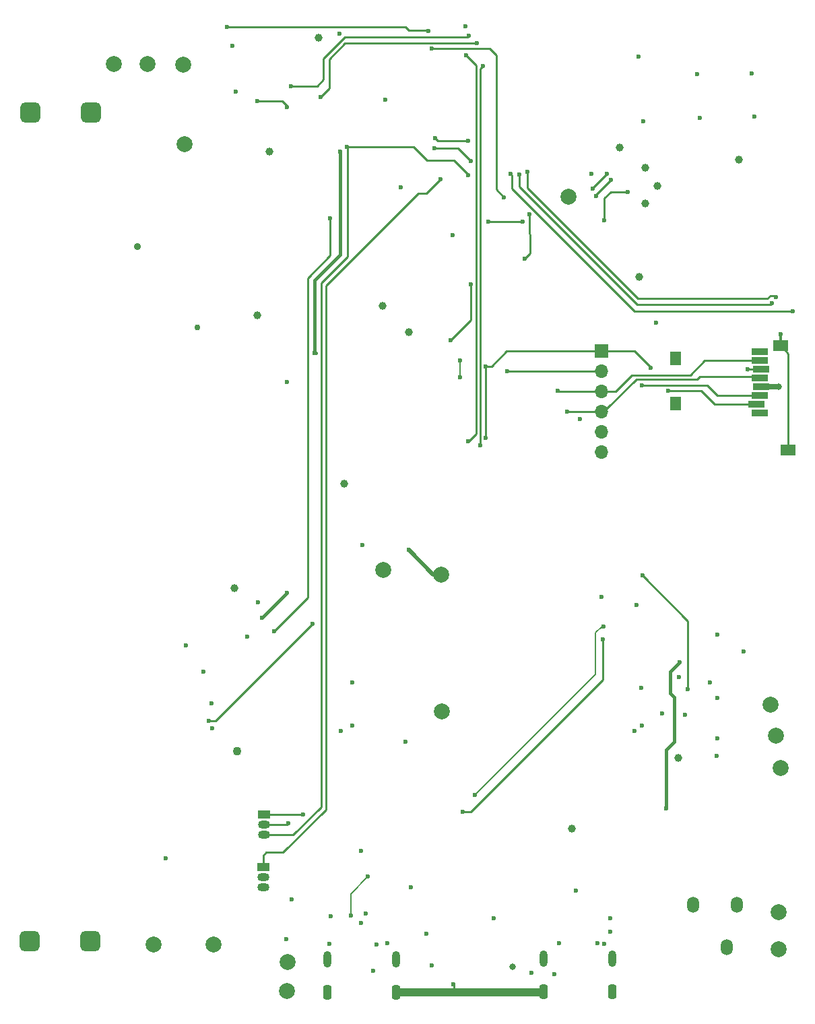
<source format=gbr>
%TF.GenerationSoftware,KiCad,Pcbnew,8.0.4*%
%TF.CreationDate,2025-01-31T21:40:56-05:00*%
%TF.ProjectId,Radiation,52616469-6174-4696-9f6e-2e6b69636164,rev?*%
%TF.SameCoordinates,Original*%
%TF.FileFunction,Copper,L4,Bot*%
%TF.FilePolarity,Positive*%
%FSLAX46Y46*%
G04 Gerber Fmt 4.6, Leading zero omitted, Abs format (unit mm)*
G04 Created by KiCad (PCBNEW 8.0.4) date 2025-01-31 21:40:56*
%MOMM*%
%LPD*%
G01*
G04 APERTURE LIST*
G04 Aperture macros list*
%AMRoundRect*
0 Rectangle with rounded corners*
0 $1 Rounding radius*
0 $2 $3 $4 $5 $6 $7 $8 $9 X,Y pos of 4 corners*
0 Add a 4 corners polygon primitive as box body*
4,1,4,$2,$3,$4,$5,$6,$7,$8,$9,$2,$3,0*
0 Add four circle primitives for the rounded corners*
1,1,$1+$1,$2,$3*
1,1,$1+$1,$4,$5*
1,1,$1+$1,$6,$7*
1,1,$1+$1,$8,$9*
0 Add four rect primitives between the rounded corners*
20,1,$1+$1,$2,$3,$4,$5,0*
20,1,$1+$1,$4,$5,$6,$7,0*
20,1,$1+$1,$6,$7,$8,$9,0*
20,1,$1+$1,$8,$9,$2,$3,0*%
G04 Aperture macros list end*
%TA.AperFunction,SMDPad,CuDef*%
%ADD10R,2.006600X0.812800*%
%TD*%
%TA.AperFunction,SMDPad,CuDef*%
%ADD11R,1.397000X1.803400*%
%TD*%
%TA.AperFunction,SMDPad,CuDef*%
%ADD12R,1.905000X1.397000*%
%TD*%
%TA.AperFunction,ComponentPad*%
%ADD13O,1.000000X2.100000*%
%TD*%
%TA.AperFunction,ComponentPad*%
%ADD14RoundRect,0.250000X-0.250000X-0.650000X0.250000X-0.650000X0.250000X0.650000X-0.250000X0.650000X0*%
%TD*%
%TA.AperFunction,ComponentPad*%
%ADD15O,1.498600X2.006600*%
%TD*%
%TA.AperFunction,ComponentPad*%
%ADD16C,2.000000*%
%TD*%
%TA.AperFunction,ComponentPad*%
%ADD17R,1.500000X1.050000*%
%TD*%
%TA.AperFunction,ComponentPad*%
%ADD18O,1.500000X1.050000*%
%TD*%
%TA.AperFunction,ComponentPad*%
%ADD19RoundRect,0.635000X0.635000X-0.635000X0.635000X0.635000X-0.635000X0.635000X-0.635000X-0.635000X0*%
%TD*%
%TA.AperFunction,ComponentPad*%
%ADD20R,1.700000X1.700000*%
%TD*%
%TA.AperFunction,ComponentPad*%
%ADD21O,1.700000X1.700000*%
%TD*%
%TA.AperFunction,ViaPad*%
%ADD22C,1.000000*%
%TD*%
%TA.AperFunction,ViaPad*%
%ADD23C,0.600000*%
%TD*%
%TA.AperFunction,ViaPad*%
%ADD24C,0.800000*%
%TD*%
%TA.AperFunction,ViaPad*%
%ADD25C,0.762000*%
%TD*%
%TA.AperFunction,ViaPad*%
%ADD26C,0.889000*%
%TD*%
%TA.AperFunction,ViaPad*%
%ADD27C,1.100000*%
%TD*%
%TA.AperFunction,Conductor*%
%ADD28C,0.254000*%
%TD*%
%TA.AperFunction,Conductor*%
%ADD29C,0.300000*%
%TD*%
%TA.AperFunction,Conductor*%
%ADD30C,1.016000*%
%TD*%
%TA.AperFunction,Conductor*%
%ADD31C,0.200000*%
%TD*%
%TA.AperFunction,Conductor*%
%ADD32C,0.400000*%
%TD*%
%TA.AperFunction,Conductor*%
%ADD33C,0.500000*%
%TD*%
%TA.AperFunction,Conductor*%
%ADD34C,0.700000*%
%TD*%
G04 APERTURE END LIST*
D10*
%TO.P,J4,P1,DAT2*%
%TO.N,unconnected-(J4-DAT2-PadP1)*%
X133428401Y-111400000D03*
%TO.P,J4,P2,DAT3/CS*%
%TO.N,/CS*%
X133028402Y-110299926D03*
%TO.P,J4,P3,CMD/MOSI*%
%TO.N,/MOSI*%
X133428401Y-109200000D03*
%TO.P,J4,P4,VDD*%
%TO.N,+3.3V*%
X133628401Y-108099999D03*
%TO.P,J4,P5,SCLK*%
%TO.N,/SCK*%
X133428401Y-106999999D03*
%TO.P,J4,P6,VSS*%
%TO.N,GND*%
X133628401Y-105899999D03*
%TO.P,J4,P7,DAT0/MISO*%
%TO.N,/MISO*%
X133428401Y-104799998D03*
%TO.P,J4,P8,DAT1*%
%TO.N,unconnected-(J4-DAT1-PadP8)*%
X133428401Y-103699998D03*
D11*
%TO.P,J4,9,CARD_DETECT*%
%TO.N,unconnected-(J4-CARD_DETECT-Pad9)*%
X122878399Y-104509999D03*
%TO.P,J4,10,CARD_DETECT*%
%TO.N,unconnected-(J4-CARD_DETECT-Pad10)*%
X122878399Y-110210000D03*
D12*
%TO.P,J4,11,GROUND*%
%TO.N,GND*%
X136028401Y-102909999D03*
%TO.P,J4,12,GROUND*%
X137028401Y-116060001D03*
%TD*%
D13*
%TO.P,J1,SH1,SHELL_GND*%
%TO.N,/MCU/SHELL_GND*%
X106280000Y-179920000D03*
%TO.P,J1,SH2,SHELL_GND*%
X114920000Y-179920000D03*
D14*
%TO.P,J1,SH3,SHELL_GND*%
X106280000Y-184100000D03*
%TO.P,J1,SH4,SHELL_GND*%
X114920000Y-184100000D03*
%TD*%
D15*
%TO.P,J3,1,1*%
%TO.N,AGND*%
X129300124Y-178500000D03*
%TO.P,J3,2,2*%
%TO.N,/Audio/OUTL*%
X125049942Y-173199998D03*
%TO.P,J3,3,3*%
%TO.N,/Audio/OUTR*%
X130549941Y-173199998D03*
%TD*%
D13*
%TO.P,J2,SH1,SHELL_GND*%
%TO.N,/MCU/SHELL_GND*%
X79102500Y-180020000D03*
%TO.P,J2,SH2,SHELL_GND*%
X87742500Y-180020000D03*
D14*
%TO.P,J2,SH3,SHELL_GND*%
X79102500Y-184200000D03*
%TO.P,J2,SH4,SHELL_GND*%
X87742500Y-184200000D03*
%TD*%
D16*
%TO.P,3.3V1,1,1*%
%TO.N,+3.3V*%
X86100000Y-131100000D03*
%TD*%
D17*
%TO.P,Q2,1,D*%
%TO.N,/GPIO0*%
X71040000Y-168430000D03*
D18*
%TO.P,Q2,2,G*%
%TO.N,Net-(Q2-G)*%
X71040000Y-169700000D03*
%TO.P,Q2,3,S*%
%TO.N,Net-(Q2-S)*%
X71040000Y-170970000D03*
%TD*%
D16*
%TO.P,TP5,1,1*%
%TO.N,Net-(JP1-A)*%
X61000000Y-67600000D03*
%TD*%
%TO.P,TP3,1,1*%
%TO.N,+500V*%
X56500000Y-67500000D03*
%TD*%
%TO.P,5V1,1,1*%
%TO.N,+5V*%
X93500000Y-148900000D03*
%TD*%
D19*
%TO.P,F1,1,1*%
%TO.N,Net-(F1-Pad1)*%
X41642500Y-177727500D03*
X49262500Y-177727500D03*
%TO.P,F1,2,2*%
%TO.N,GND*%
X41737500Y-73577500D03*
X49357500Y-73577500D03*
%TD*%
D16*
%TO.P,HI-V1,1,1*%
%TO.N,Net-(D1-K)*%
X61100000Y-77600000D03*
%TD*%
%TO.P,TP8,1,1*%
%TO.N,Net-(Q1-G)*%
X52200000Y-67500000D03*
%TD*%
%TO.P,LRCK,1,1*%
%TO.N,/I2S_LRCK*%
X134800000Y-148000000D03*
%TD*%
%TO.P,DOUT1,1,1*%
%TO.N,/I2S_DOUT*%
X135500000Y-151900000D03*
%TD*%
%TO.P,OUT R,1,1*%
%TO.N,/Audio/OUTR*%
X135800000Y-174100000D03*
%TD*%
%TO.P,VHIGH1,1,1*%
%TO.N,VHIGH*%
X93400000Y-131700000D03*
%TD*%
%TO.P,PWM1,1,1*%
%TO.N,/PWM*%
X109400000Y-84200000D03*
%TD*%
D17*
%TO.P,Q3,1,D*%
%TO.N,Net-(Q3-D)*%
X71115000Y-161860000D03*
D18*
%TO.P,Q3,2,G*%
%TO.N,Net-(Q3-G)*%
X71115000Y-163130000D03*
%TO.P,Q3,3,S*%
%TO.N,/EN*%
X71115000Y-164400000D03*
%TD*%
D16*
%TO.P,OUT L,1,1*%
%TO.N,/Audio/OUTL*%
X135800000Y-178800000D03*
%TD*%
D20*
%TO.P,J5,1,Pin_1*%
%TO.N,/CS*%
X113500000Y-103560000D03*
D21*
%TO.P,J5,2,Pin_2*%
%TO.N,/MOSI*%
X113500000Y-106100000D03*
%TO.P,J5,3,Pin_3*%
%TO.N,/MISO*%
X113500000Y-108640000D03*
%TO.P,J5,4,Pin_4*%
%TO.N,/SCK*%
X113500000Y-111180000D03*
%TO.P,J5,5,Pin_5*%
%TO.N,+3.3V*%
X113500000Y-113720000D03*
%TO.P,J5,6,Pin_6*%
%TO.N,GND*%
X113500000Y-116260000D03*
%TD*%
D16*
%TO.P,VBUS1,1,1*%
%TO.N,VBUS*%
X74000000Y-184037500D03*
%TD*%
%TO.P,STAT1,1,1*%
%TO.N,/VSTAT*%
X74122500Y-180400000D03*
%TD*%
%TO.P,LS1,N*%
%TO.N,Net-(Q4-C)*%
X64800000Y-178200000D03*
%TO.P,LS1,P*%
%TO.N,+3.3V*%
X57200000Y-178200000D03*
%TD*%
%TO.P,BCK,1,1*%
%TO.N,/I2S_BCK*%
X136100000Y-156000000D03*
%TD*%
D22*
%TO.N,+3.3V*%
X81200000Y-120300000D03*
D23*
%TO.N,AGND*%
X128100000Y-152300000D03*
D22*
%TO.N,VBUS*%
X115800000Y-78000000D03*
D23*
%TO.N,GND*%
X118200000Y-66600000D03*
X125600000Y-68800000D03*
D22*
X130800000Y-79500000D03*
D23*
X79322500Y-178100000D03*
X82250000Y-145250000D03*
X89600000Y-171000000D03*
X80600000Y-63700000D03*
X113900000Y-178100000D03*
X96400000Y-62800000D03*
X74600000Y-172500000D03*
X136028401Y-101500000D03*
X86622500Y-178000000D03*
X83500000Y-128000000D03*
X58800000Y-167300000D03*
X132800000Y-74100000D03*
X69000000Y-139500000D03*
X83922500Y-174300000D03*
X120400000Y-100000000D03*
X110300000Y-171400000D03*
X131928401Y-105900000D03*
X73922500Y-177500000D03*
X94850000Y-89000000D03*
X64600000Y-151000000D03*
X63500000Y-143900000D03*
D24*
X102400000Y-181000000D03*
D23*
X82250000Y-150650000D03*
X67100000Y-65200000D03*
D25*
X62742500Y-100642500D03*
D23*
X132400000Y-68700000D03*
X92177500Y-180800000D03*
X86400000Y-71970000D03*
X64500000Y-147900000D03*
X83300000Y-166400000D03*
X113500000Y-134500000D03*
X125900000Y-74300000D03*
D22*
%TO.N,+5V*%
X86000000Y-97900000D03*
D23*
X80800000Y-151300000D03*
X88900000Y-152700000D03*
D22*
X70300000Y-99100000D03*
X89300000Y-101200000D03*
X119000000Y-85000000D03*
D23*
X70400000Y-135150000D03*
%TO.N,/MCU/SHELL_GND*%
X94900000Y-183200000D03*
D26*
%TO.N,+500V*%
X55200000Y-90500000D03*
D22*
X67400000Y-133400000D03*
D23*
%TO.N,/MCU/RX_LED*%
X113800000Y-138200000D03*
X97600000Y-159400000D03*
%TO.N,/MCU/TX_LED*%
X113700000Y-139800000D03*
X96100000Y-161500000D03*
%TO.N,Net-(Q1-G)*%
X66500000Y-62900000D03*
X101300000Y-84300000D03*
X91800000Y-63400000D03*
X92200000Y-65600000D03*
%TO.N,/MOSI*%
X118600000Y-107900000D03*
X101700000Y-106100000D03*
%TO.N,/I2S_LRCK*%
X103200000Y-81400000D03*
X135000000Y-97600000D03*
%TO.N,/I2S_DOUT*%
X135500000Y-96800000D03*
X104200000Y-81100000D03*
%TO.N,/I2S_BCK*%
X102100000Y-81300000D03*
X137600000Y-98600000D03*
%TO.N,/MUTE*%
X118700000Y-131800000D03*
X124400000Y-146100000D03*
%TO.N,/MISO*%
X108000000Y-108600000D03*
%TO.N,/CS*%
X119700000Y-105700000D03*
X121900000Y-108600000D03*
X99000000Y-105500000D03*
X99000000Y-114500000D03*
%TO.N,/Audio/OUTL*%
X121700000Y-161100000D03*
X123400000Y-142725000D03*
%TO.N,Net-(Q3-G)*%
X74200000Y-162900000D03*
%TO.N,/EN*%
X114700000Y-82100000D03*
X81500000Y-77900000D03*
X96800000Y-81500000D03*
X112900000Y-84100000D03*
%TO.N,Net-(Q3-D)*%
X76000000Y-161800000D03*
%TO.N,/GPIO15*%
X97900000Y-64900000D03*
X78200000Y-71700000D03*
%TO.N,/GPIO16*%
X74500000Y-70300000D03*
X96900000Y-64000000D03*
%TO.N,VHIGH*%
X64200000Y-150100000D03*
X77200000Y-137900000D03*
X89300000Y-128600000D03*
%TO.N,/VSTAT*%
X72400000Y-138800000D03*
X79400000Y-86900000D03*
%TO.N,/BEEP*%
X77500000Y-103800000D03*
X80700000Y-78500000D03*
X74000000Y-107500000D03*
X74000000Y-134000000D03*
X70900000Y-137100000D03*
%TO.N,/SCK*%
X109200000Y-111180000D03*
%TO.N,Net-(J1-CC2)*%
X104700000Y-181700000D03*
X107600000Y-181900000D03*
%TO.N,Net-(J2-CC2)*%
X85222500Y-178200000D03*
X79522500Y-174600000D03*
%TO.N,Net-(U4-IO35)*%
X97100000Y-79700000D03*
X110850000Y-112150000D03*
X92500000Y-78100000D03*
%TO.N,/MCU/TX*%
X96500000Y-66400000D03*
X96800000Y-114900000D03*
%TO.N,/MCU/RX*%
X98600000Y-67800000D03*
X98300000Y-115400000D03*
%TO.N,Net-(U4-IO36)*%
X92600000Y-76800000D03*
X96800000Y-77200000D03*
D22*
%TO.N,+3.3V*%
X109800000Y-163600000D03*
D23*
X123300000Y-144600000D03*
D22*
X123200000Y-154700000D03*
D23*
X100000000Y-174900000D03*
X88300000Y-83000000D03*
D22*
X71800000Y-78500000D03*
D24*
X135828401Y-108100000D03*
D22*
X118300000Y-94300000D03*
X78000000Y-64200000D03*
D23*
X124000000Y-149300000D03*
X121200000Y-149100000D03*
X83300369Y-175455381D03*
X112300000Y-81300000D03*
%TO.N,/USB_D+*%
X95800000Y-106900000D03*
X114600000Y-174900000D03*
X114600000Y-176600000D03*
X95800000Y-104800000D03*
%TO.N,/GPIO0*%
X93300000Y-82000000D03*
X113900000Y-87200000D03*
X99300000Y-87300000D03*
X116800000Y-83600000D03*
X103600000Y-87300000D03*
D27*
%TO.N,VBUS*%
X67700000Y-153900000D03*
D23*
X91500000Y-176800000D03*
X84800000Y-181500000D03*
D22*
X119075000Y-80525000D03*
D23*
X108200000Y-178000000D03*
X113000000Y-178000000D03*
%TO.N,+VBAT*%
X67600000Y-71000000D03*
X61300000Y-140600000D03*
D22*
X120600000Y-82800000D03*
D23*
X70300000Y-72200000D03*
X74000000Y-72900000D03*
%TO.N,/GPIO46*%
X97100000Y-95200000D03*
X103900000Y-92000000D03*
X112400000Y-83200000D03*
X94600000Y-102200000D03*
X114200000Y-81300000D03*
X104500000Y-86400000D03*
%TO.N,Net-(U5-3V3OUT)*%
X82001765Y-174520735D03*
X84200000Y-169600000D03*
%TO.N,AGND*%
X117700000Y-151300000D03*
X131362500Y-141325000D03*
X128000000Y-154500000D03*
X117900000Y-135500000D03*
X128100000Y-147200000D03*
X118500000Y-145900000D03*
X118600000Y-150700000D03*
X128062500Y-139225000D03*
X127200000Y-145200000D03*
%TO.N,GND*%
X118800000Y-74700000D03*
%TD*%
D28*
%TO.N,/I2S_DOUT*%
X104200000Y-81100000D02*
X104200000Y-83100000D01*
X134750000Y-96650000D02*
X135350000Y-96650000D01*
X135350000Y-96650000D02*
X135500000Y-96800000D01*
X104200000Y-83100000D02*
X118100000Y-97000000D01*
X118100000Y-97000000D02*
X134400000Y-97000000D01*
X134400000Y-97000000D02*
X134750000Y-96650000D01*
%TO.N,/I2S_LRCK*%
X118000000Y-97700000D02*
X134900000Y-97700000D01*
X103200000Y-81400000D02*
X103200000Y-82900000D01*
X103200000Y-82900000D02*
X118000000Y-97700000D01*
X134900000Y-97700000D02*
X135000000Y-97600000D01*
%TO.N,GND*%
X137028401Y-103909999D02*
X137028401Y-116060001D01*
X132028402Y-105899999D02*
X132028401Y-105900000D01*
X133628401Y-105899999D02*
X132028402Y-105899999D01*
D29*
X136028401Y-102909999D02*
X136028401Y-101500000D01*
D28*
X132028401Y-105900000D02*
X131928401Y-105900000D01*
X136198400Y-102740000D02*
X136028401Y-102909999D01*
X136028401Y-102909999D02*
X137028401Y-103909999D01*
X131928401Y-105900000D02*
X131928401Y-106000000D01*
X131928401Y-106000000D02*
X132028401Y-105900000D01*
%TO.N,/MCU/SHELL_GND*%
X94900000Y-183200000D02*
X95000000Y-183300000D01*
D30*
X87742500Y-184200000D02*
X95000000Y-184200000D01*
X106180000Y-184200000D02*
X106280000Y-184100000D01*
D28*
X95000000Y-183300000D02*
X95000000Y-184200000D01*
D30*
X95000000Y-184200000D02*
X106180000Y-184200000D01*
D31*
%TO.N,/MCU/RX_LED*%
X112800000Y-144200000D02*
X112800000Y-139000000D01*
X112800000Y-139000000D02*
X113600000Y-138200000D01*
X97600000Y-159400000D02*
X112800000Y-144200000D01*
X113600000Y-138200000D02*
X113800000Y-138200000D01*
D28*
%TO.N,/MCU/TX_LED*%
X97100000Y-161500000D02*
X113700000Y-144900000D01*
X96100000Y-161500000D02*
X97100000Y-161500000D01*
X113700000Y-144900000D02*
X113700000Y-139800000D01*
%TO.N,Net-(Q1-G)*%
X100300000Y-83300000D02*
X100300000Y-66400000D01*
X91800000Y-63400000D02*
X91700000Y-63300000D01*
X91700000Y-63300000D02*
X89300000Y-63300000D01*
X100300000Y-66400000D02*
X99500000Y-65600000D01*
X89300000Y-63300000D02*
X88900000Y-62900000D01*
X101300000Y-84300000D02*
X100300000Y-83300000D01*
X99500000Y-65600000D02*
X92200000Y-65600000D01*
X88900000Y-62900000D02*
X66500000Y-62900000D01*
%TO.N,/MOSI*%
X133428401Y-109200000D02*
X128100000Y-109200000D01*
X128100000Y-109200000D02*
X126800000Y-107900000D01*
X118600000Y-107900000D02*
X118500000Y-107800000D01*
X101700000Y-106100000D02*
X113500000Y-106100000D01*
X126800000Y-107900000D02*
X118600000Y-107900000D01*
%TO.N,/I2S_BCK*%
X102300000Y-81500000D02*
X102300000Y-83200000D01*
X102100000Y-81300000D02*
X102300000Y-81500000D01*
X117700000Y-98600000D02*
X137600000Y-98600000D01*
X102300000Y-83200000D02*
X117700000Y-98600000D01*
%TO.N,/MUTE*%
X124400000Y-137500000D02*
X124400000Y-146100000D01*
X118700000Y-131800000D02*
X124400000Y-137500000D01*
%TO.N,/MISO*%
X113500000Y-108640000D02*
X108040000Y-108640000D01*
X133428401Y-104799998D02*
X126500002Y-104799998D01*
X108040000Y-108640000D02*
X108000000Y-108600000D01*
X124700000Y-106600000D02*
X117380000Y-106600000D01*
X126500002Y-104799998D02*
X124700000Y-106600000D01*
X117380000Y-106600000D02*
X115340000Y-108640000D01*
X115340000Y-108640000D02*
X113500000Y-108640000D01*
%TO.N,/CS*%
X99700000Y-105500000D02*
X101640000Y-103560000D01*
X133028402Y-110299926D02*
X127799926Y-110299926D01*
X126100000Y-108600000D02*
X121900000Y-108600000D01*
X101640000Y-103560000D02*
X113500000Y-103560000D01*
X117660000Y-103560000D02*
X119700000Y-105600000D01*
X119700000Y-105600000D02*
X119700000Y-105700000D01*
X121900000Y-108600000D02*
X121800000Y-108500000D01*
X113500000Y-103560000D02*
X117660000Y-103560000D01*
X99000000Y-105500000D02*
X99000000Y-114500000D01*
X127799926Y-110299926D02*
X126100000Y-108600000D01*
X99000000Y-105500000D02*
X99700000Y-105500000D01*
X119800000Y-105700000D02*
X119700000Y-105600000D01*
X119700000Y-105700000D02*
X119800000Y-105700000D01*
D32*
%TO.N,/Audio/OUTL*%
X123400000Y-142725000D02*
X122200000Y-143925000D01*
X122700000Y-147100000D02*
X122700000Y-152700000D01*
X122200000Y-146600000D02*
X122700000Y-147100000D01*
X122200000Y-143925000D02*
X122200000Y-146600000D01*
X122700000Y-152700000D02*
X121700000Y-153700000D01*
X121700000Y-153700000D02*
X121700000Y-161100000D01*
D28*
%TO.N,Net-(Q3-G)*%
X71115000Y-163130000D02*
X73970000Y-163130000D01*
X73970000Y-163130000D02*
X74200000Y-162900000D01*
%TO.N,/EN*%
X81500000Y-77900000D02*
X89900000Y-77900000D01*
X81600000Y-91700000D02*
X81600000Y-78000000D01*
X96800000Y-81500000D02*
X96900000Y-81500000D01*
X95000000Y-79600000D02*
X96800000Y-81400000D01*
X96800000Y-81400000D02*
X96800000Y-81500000D01*
X112700000Y-84100000D02*
X114700000Y-82100000D01*
X74800000Y-164400000D02*
X78300000Y-160900000D01*
X78300000Y-95000000D02*
X81600000Y-91700000D01*
X91600000Y-79600000D02*
X95000000Y-79600000D01*
X96900000Y-81500000D02*
X96800000Y-81400000D01*
X71115000Y-164400000D02*
X74800000Y-164400000D01*
X81600000Y-78000000D02*
X81500000Y-77900000D01*
X89900000Y-77900000D02*
X91600000Y-79600000D01*
X78300000Y-160900000D02*
X78300000Y-95000000D01*
%TO.N,Net-(Q3-D)*%
X71115000Y-161860000D02*
X76000000Y-161800000D01*
X76000000Y-161800000D02*
X76060000Y-161860000D01*
X76060000Y-161860000D02*
X76100000Y-161900000D01*
%TO.N,/GPIO15*%
X81300000Y-64900000D02*
X79300000Y-66900000D01*
X97900000Y-64900000D02*
X81300000Y-64900000D01*
X79300000Y-70600000D02*
X78200000Y-71700000D01*
X79300000Y-66900000D02*
X79300000Y-70600000D01*
%TO.N,/GPIO16*%
X74500000Y-70300000D02*
X77800000Y-70300000D01*
X81300000Y-64100000D02*
X96800000Y-64100000D01*
X96800000Y-64100000D02*
X96900000Y-64000000D01*
X78600000Y-69500000D02*
X78600000Y-66800000D01*
X77800000Y-70300000D02*
X78600000Y-69500000D01*
X78600000Y-66800000D02*
X81300000Y-64100000D01*
%TO.N,VHIGH*%
X65000000Y-150100000D02*
X77200000Y-137900000D01*
X64200000Y-150100000D02*
X65000000Y-150100000D01*
D33*
X92400000Y-131700000D02*
X93400000Y-131700000D01*
X89300000Y-128600000D02*
X92400000Y-131700000D01*
D28*
%TO.N,/VSTAT*%
X76600000Y-134600000D02*
X76600000Y-94400000D01*
X79400000Y-91600000D02*
X79400000Y-86900000D01*
X76600000Y-94400000D02*
X79400000Y-91600000D01*
X72400000Y-138800000D02*
X76600000Y-134600000D01*
D32*
%TO.N,/BEEP*%
X80700000Y-91500000D02*
X77500000Y-94700000D01*
X77600000Y-103800000D02*
X77500000Y-103800000D01*
X77500000Y-103700000D02*
X77600000Y-103800000D01*
X77500000Y-94700000D02*
X77500000Y-103700000D01*
X80700000Y-78500000D02*
X80700000Y-91500000D01*
X74000000Y-134000000D02*
X70900000Y-137100000D01*
D28*
%TO.N,/SCK*%
X117900000Y-107100000D02*
X114200000Y-110800000D01*
X113880000Y-110800000D02*
X113500000Y-111180000D01*
X114200000Y-110800000D02*
X113880000Y-110800000D01*
X109200000Y-111180000D02*
X109120000Y-111100000D01*
X125600000Y-107100000D02*
X117900000Y-107100000D01*
X133228402Y-106800000D02*
X125900000Y-106800000D01*
X113500000Y-111180000D02*
X109200000Y-111180000D01*
X133428401Y-106999999D02*
X133228402Y-106800000D01*
X125900000Y-106800000D02*
X125600000Y-107100000D01*
%TO.N,Net-(U4-IO35)*%
X110850000Y-112150000D02*
X110900000Y-112200000D01*
X92500000Y-78100000D02*
X95500000Y-78100000D01*
X95500000Y-78100000D02*
X97100000Y-79700000D01*
%TO.N,/MCU/TX*%
X97800000Y-114000000D02*
X96900000Y-114900000D01*
X97800000Y-67700000D02*
X97800000Y-114000000D01*
X96500000Y-66400000D02*
X97800000Y-67700000D01*
%TO.N,/MCU/RX*%
X98600000Y-67800000D02*
X98300000Y-68100000D01*
X98300000Y-68100000D02*
X98300000Y-115400000D01*
%TO.N,Net-(U4-IO36)*%
X93000000Y-77200000D02*
X92600000Y-76800000D01*
X96800000Y-77200000D02*
X93000000Y-77200000D01*
D34*
%TO.N,+3.3V*%
X135828400Y-108099999D02*
X135828401Y-108100000D01*
X133628401Y-108099999D02*
X135828400Y-108099999D01*
D31*
%TO.N,/USB_D+*%
X95800000Y-106900000D02*
X95800000Y-104800000D01*
D28*
%TO.N,/GPIO0*%
X116800000Y-83600000D02*
X114700000Y-83600000D01*
X78900000Y-118000000D02*
X78900000Y-161200000D01*
X73500000Y-166600000D02*
X71400000Y-166600000D01*
X71040000Y-166960000D02*
X71040000Y-168430000D01*
X114700000Y-83600000D02*
X113900000Y-84400000D01*
X103600000Y-87300000D02*
X99300000Y-87300000D01*
X93300000Y-82000000D02*
X91500000Y-83800000D01*
X78900000Y-95400000D02*
X78900000Y-118000000D01*
X91500000Y-83800000D02*
X90500000Y-83800000D01*
X90500000Y-83800000D02*
X78900000Y-95400000D01*
X113900000Y-84400000D02*
X113900000Y-87200000D01*
X78900000Y-161200000D02*
X73500000Y-166600000D01*
X71400000Y-166600000D02*
X71040000Y-166960000D01*
%TO.N,+VBAT*%
X74100000Y-72900000D02*
X74000000Y-72800000D01*
X70300000Y-72200000D02*
X73400000Y-72200000D01*
X74000000Y-72800000D02*
X74000000Y-72900000D01*
X74000000Y-72900000D02*
X74100000Y-72900000D01*
X73400000Y-72200000D02*
X74000000Y-72800000D01*
%TO.N,/GPIO46*%
X97100000Y-99700000D02*
X97100000Y-95200000D01*
X112400000Y-83200000D02*
X112300000Y-83200000D01*
X114200000Y-81300000D02*
X112400000Y-83100000D01*
X94600000Y-102200000D02*
X97100000Y-99700000D01*
X104600000Y-91300000D02*
X104500000Y-86400000D01*
X104500000Y-86400000D02*
X104600000Y-86300000D01*
X112400000Y-83100000D02*
X112400000Y-83200000D01*
X103900000Y-92000000D02*
X104600000Y-91300000D01*
X112300000Y-83200000D02*
X112400000Y-83100000D01*
D31*
%TO.N,Net-(U5-3V3OUT)*%
X82001765Y-171798235D02*
X82001765Y-174520735D01*
X84200000Y-169600000D02*
X82001765Y-171798235D01*
%TD*%
M02*

</source>
